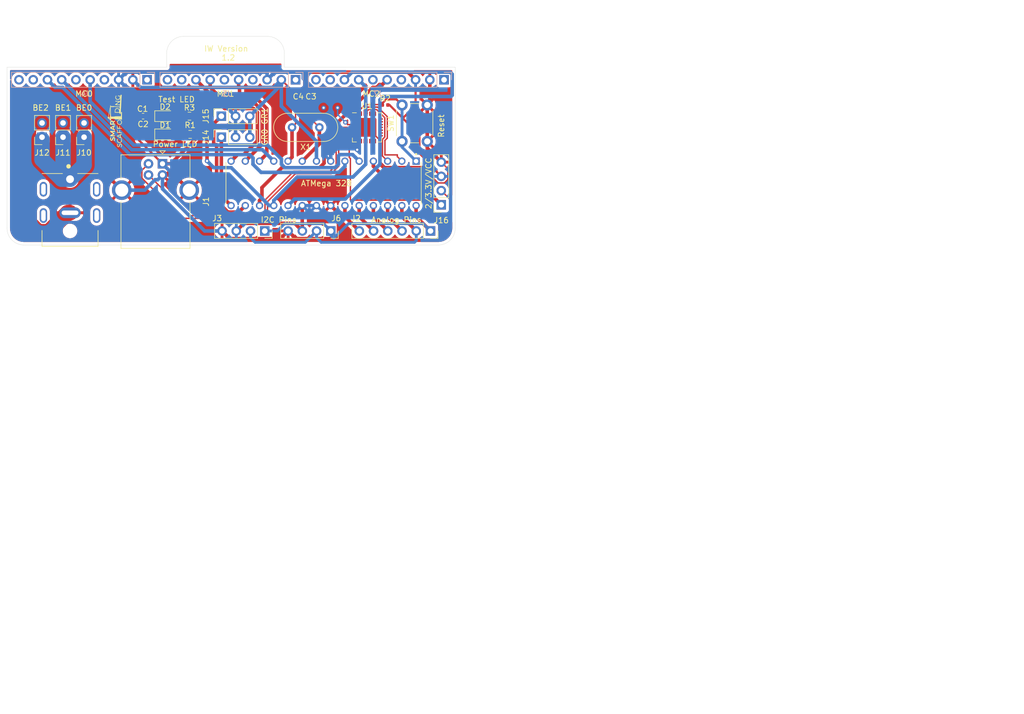
<source format=kicad_pcb>
(kicad_pcb (version 20171130) (host pcbnew "(5.1.5)-3")
  (layers (0 F.Cu mixed) (31 B.Cu signal hide) (34 B.Paste user) (35 F.Paste user) (36 B.SilkS user) (37 F.SilkS user) (38 B.Mask user) (39 F.Mask user) (44 Edge.Cuts user))
  (net 0 "")
  (net 1 VCC)
  (net 2 GND)
  (net 3 "Net-(C3-Pad1)")
  (net 4 "Net-(C4-Pad1)")
  (net 5 "Net-(D1-Pad2)")
  (net 6 "Net-(J1-Pad2)")
  (net 7 "Net-(J1-Pad3)")
  (net 8 /SCL)
  (net 9 /SDA)
  (net 10 "Net-(J2-Pad3)")
  (net 11 "Net-(J2-Pad4)")
  (net 12 "Net-(J2-Pad5)")
  (net 13 "Net-(J2-Pad6)")
  (net 14 /JointM1_1)
  (net 15 /JointM1_2)
  (net 16 /JointM1_PWM)
  (net 17 /JointM2_1)
  (net 18 /JointM2_2)
  (net 19 /JointM2_PWM)
  (net 20 /BEC_7V)
  (net 21 /GripperM1)
  (net 22 /GripperM2)
  (net 23 /PD2)
  (net 24 /3.3V)
  (net 25 /RST)
  (net 26 "Net-(U1-Pad1)")
  (net 27 "Net-(U1-Pad2)")
  (net 28 "Net-(U1-Pad7)")
  (net 29 "Net-(U1-Pad9)")
  (net 30 "Net-(U1-Pad10)")
  (net 31 "Net-(U1-Pad11)")
  (net 32 "Net-(U1-Pad12)")
  (net 33 "Net-(U1-Pad13)")
  (net 34 "Net-(U1-Pad14)")
  (net 35 "Net-(U1-Pad15)")
  (net 36 "Net-(U1-Pad16)")
  (net 37 "Net-(U1-Pad17)")
  (net 38 "Net-(U1-Pad18)")
  (net 39 "Net-(U1-Pad19)")
  (net 40 "Net-(U1-Pad20)")
  (net 41 "Net-(U1-Pad21)")
  (net 42 "Net-(U1-Pad22)")
  (net 43 "Net-(U1-Pad23)")
  (net 44 "Net-(U1-Pad24)")
  (net 45 /TXD)
  (net 46 /RXD)
  (net 47 "Net-(U1-Pad27)")
  (net 48 "Net-(D2-Pad2)")
  (net 49 "Net-(J4-Pad1)")
  (net 50 "Net-(J4-Pad4)")
  (net 51 /JointM0_PWM)
  (net 52 "Net-(J4-Pad6)")
  (net 53 /JointM0_2)
  (net 54 /JointM0_1)
  (net 55 "Net-(J4-Pad9)")
  (net 56 "Net-(J4-Pad10)")
  (net 57 "Net-(J5-Pad10)")
  (net 58 "Net-(J5-Pad9)")
  (net 59 "Net-(J5-Pad6)")
  (net 60 "Net-(J5-Pad4)")
  (net 61 "Net-(J5-Pad1)")
  (net 62 "Net-(J7-Pad1)")
  (net 63 "Net-(J7-Pad4)")
  (net 64 "Net-(J7-Pad6)")
  (net 65 "Net-(J7-Pad9)")
  (net 66 "Net-(J7-Pad10)")
  (module MountingHole:MountingHole_2.1mm (layer F.Cu) (at 119 43.75)
    (fp_text reference REF** hide)
    (fp_text value MountingHole_2.1mm)
    (pad "" np_thru_hole circle (at 0 0) (size 2.1 2.1) (drill 2.1) (layers *.Cu *.Mask))
  )
  (module MountingHole:MountingHole_2.1mm (layer F.Cu) (at 104 43.75)
    (fp_text reference REF** hide)
    (fp_text value MountingHole_2.1mm)
    (pad "" np_thru_hole circle (at 0 0) (size 2.1 2.1) (drill 2.1) (layers *.Cu *.Mask))
  )
  (module "" (layer F.Cu) (at 129.25 81.25)
    (fp_text reference "" (at 124.5 80.25) (layer F.SilkS) (effects (font (size 1.27 1.27))))
    (fp_text value "" (at 124.5 80.25) (layer F.SilkS) (effects (font (size 1.27 1.27))))
  )
  (module IW:MQPlogo3 (layer F.Cu) (at 91.8 55.9 90)
    (fp_text reference G*** hide)
    (fp_text value LOGO hide)
  )
  (module Capacitor_SMD:C_0402_1005Metric (layer F.Cu) (at 96.515 57.25)
    (fp_text reference C1 (at 0.185 -3.55) (layer F.SilkS))
    (fp_text value .1uF)
    (pad 1 smd roundrect (at -0.485 0) (size 0.59 0.64) (layers F.Cu F.Paste F.Mask) (net 1 VCC))
    (pad 2 smd roundrect (at 0.485 0) (size 0.59 0.64) (layers F.Cu F.Paste F.Mask) (net 2 GND))
  )
  (module Capacitor_SMD:C_0603_1608Metric (layer F.Cu) (at 96.7875 55 180)
    (fp_text reference C2 (at 0 -1.43) (layer F.SilkS))
    (fp_text value 10uF)
    (pad 1 smd roundrect (at -0.7875 0 180) (size 0.875 0.95) (layers F.Cu F.Paste F.Mask) (net 2 GND))
    (pad 2 smd roundrect (at 0.7875 0 180) (size 0.875 0.95) (layers F.Cu F.Paste F.Mask) (net 1 VCC))
  )
  (module Capacitor_SMD:C_0402_1005Metric (layer F.Cu) (at 126.75 52.5 180)
    (fp_text reference C3 (at 0 1) (layer F.SilkS))
    (fp_text value C)
    (pad 1 smd roundrect (at -0.485 0 180) (size 0.59 0.64) (layers F.Cu F.Paste F.Mask) (net 3 "Net-(C3-Pad1)"))
    (pad 2 smd roundrect (at 0.485 0 180) (size 0.59 0.64) (layers F.Cu F.Paste F.Mask) (net 2 GND))
  )
  (module Capacitor_SMD:C_0402_1005Metric (layer F.Cu) (at 124.485 52.5)
    (fp_text reference C4 (at 0 -1) (layer F.SilkS))
    (fp_text value C)
    (pad 2 smd roundrect (at 0.485 0) (size 0.59 0.64) (layers F.Cu F.Paste F.Mask) (net 2 GND))
    (pad 1 smd roundrect (at -0.485 0) (size 0.59 0.64) (layers F.Cu F.Paste F.Mask) (net 4 "Net-(C4-Pad1)"))
  )
  (module LED_SMD:LED_0805_2012Metric_Pad1.15x1.40mm_HandSolder (layer F.Cu) (at 100.725 58.25)
    (fp_text reference D1 (at 0 -1.65) (layer F.SilkS))
    (fp_text value LED)
    (pad 2 smd roundrect (at 1.025 0) (size 1.15 1.4) (layers F.Cu F.Paste F.Mask) (roundrect_rratio 0.217391) (net 5 "Net-(D1-Pad2)"))
    (pad 1 smd roundrect (at -1.025 0) (size 1.15 1.4) (layers F.Cu F.Paste F.Mask) (roundrect_rratio 0.217391) (net 2 GND))
  )
  (module LED_SMD:LED_0805_2012Metric_Pad1.15x1.40mm_HandSolder (layer F.Cu) (at 100.725 55)
    (fp_text reference D2 (at 0 -1.65) (layer F.SilkS))
    (fp_text value LED)
    (pad 1 smd roundrect (at -1.025 0) (size 1.15 1.4) (layers F.Cu F.Paste F.Mask) (roundrect_rratio 0.217391) (net 2 GND))
    (pad 2 smd roundrect (at 1.025 0) (size 1.15 1.4) (layers F.Cu F.Paste F.Mask) (roundrect_rratio 0.217391) (net 48 "Net-(D2-Pad2)"))
  )
  (module Connector_USB:USB_B_OST_USB-B1HSxx_Horizontal (layer F.Cu) (at 100.25 63.5 270)
    (fp_text reference J1 (at 6.76 -7.77 90) (layer F.SilkS))
    (fp_text value USB_B)
    (pad 1 thru_hole rect (at 0 0 270) (size 1.7 1.7) (drill 0.92) (layers *.Cu *.Mask) (net 1 VCC))
    (pad 2 thru_hole circle (at 0 2.5 270) (size 1.7 1.7) (drill 0.92) (layers *.Cu *.Mask) (net 6 "Net-(J1-Pad2)"))
    (pad 3 thru_hole circle (at 2 2.5 270) (size 1.7 1.7) (drill 0.92) (layers *.Cu *.Mask) (net 7 "Net-(J1-Pad3)"))
    (pad 4 thru_hole circle (at 2 0 270) (size 1.7 1.7) (drill 0.92) (layers *.Cu *.Mask) (net 2 GND))
    (pad 5 thru_hole circle (at 4.71 -4.77 270) (size 3.5 3.5) (drill 2.33) (layers *.Cu *.Mask) (net 2 GND))
    (pad 5 thru_hole circle (at 4.71 7.27 270) (size 3.5 3.5) (drill 2.33) (layers *.Cu *.Mask) (net 2 GND))
  )
  (module Connector_PinSocket_2.54mm:PinSocket_1x04_P2.54mm_Vertical (layer F.Cu) (at 118.5 75.5 270)
    (fp_text reference J3 (at -2.25 8.5 180) (layer F.SilkS))
    (fp_text value Encoder1)
    (pad 1 thru_hole rect (at 0 0 270) (size 1.7 1.7) (drill 1) (layers *.Cu *.Mask) (net 8 /SCL))
    (pad 2 thru_hole oval (at 0 2.54 270) (size 1.7 1.7) (drill 1) (layers *.Cu *.Mask) (net 9 /SDA))
    (pad 3 thru_hole oval (at 0 5.08 270) (size 1.7 1.7) (drill 1) (layers *.Cu *.Mask) (net 1 VCC))
    (pad 4 thru_hole oval (at 0 7.62 270) (size 1.7 1.7) (drill 1) (layers *.Cu *.Mask) (net 2 GND))
  )
  (module Connector_PinSocket_2.54mm:PinSocket_1x04_P2.54mm_Vertical (layer F.Cu) (at 130.29 75.5 270)
    (fp_text reference J6 (at -2.25 -0.96 180) (layer F.SilkS))
    (fp_text value "I2C Conn")
    (pad 1 thru_hole rect (at 0 0 270) (size 1.7 1.7) (drill 1) (layers *.Cu *.Mask) (net 8 /SCL))
    (pad 2 thru_hole oval (at 0 2.54 270) (size 1.7 1.7) (drill 1) (layers *.Cu *.Mask) (net 9 /SDA))
    (pad 3 thru_hole oval (at 0 5.08 270) (size 1.7 1.7) (drill 1) (layers *.Cu *.Mask) (net 1 VCC))
    (pad 4 thru_hole oval (at 0 7.62 270) (size 1.7 1.7) (drill 1) (layers *.Cu *.Mask) (net 2 GND))
  )
  (module Connector_PinSocket_2.54mm:PinSocket_1x02_P2.54mm_Vertical (layer F.Cu) (at 86.25 58.75 180)
    (fp_text reference J10 (at 0 -2.77) (layer F.SilkS))
    (fp_text value BCE_JM1)
    (pad 1 thru_hole rect (at 0 0 180) (size 1.7 1.7) (drill 1) (layers *.Cu *.Mask) (net 20 /BEC_7V))
    (pad 2 thru_hole oval (at 0 2.54 180) (size 1.7 1.7) (drill 1) (layers *.Cu *.Mask) (net 2 GND))
  )
  (module Connector_PinSocket_2.54mm:PinSocket_1x02_P2.54mm_Vertical (layer F.Cu) (at 82.5 58.75 180)
    (fp_text reference J11 (at 0 -2.77) (layer F.SilkS))
    (fp_text value BCE_JM2)
    (pad 2 thru_hole oval (at 0 2.54 180) (size 1.7 1.7) (drill 1) (layers *.Cu *.Mask) (net 2 GND))
    (pad 1 thru_hole rect (at 0 0 180) (size 1.7 1.7) (drill 1) (layers *.Cu *.Mask) (net 20 /BEC_7V))
  )
  (module Connector_PinSocket_2.54mm:PinSocket_1x02_P2.54mm_Vertical (layer F.Cu) (at 78.75 58.75 180)
    (fp_text reference J12 (at 0 -2.77) (layer F.SilkS))
    (fp_text value BCE_JM3)
    (pad 1 thru_hole rect (at 0 0 180) (size 1.7 1.7) (drill 1) (layers *.Cu *.Mask) (net 20 /BEC_7V))
    (pad 2 thru_hole oval (at 0 2.54 180) (size 1.7 1.7) (drill 1) (layers *.Cu *.Mask) (net 2 GND))
  )
  (module PJ-082BH:CUI_PJ-082BH (layer F.Cu) (at 83.75 71.75 90)
    (fp_text reference J13 hide)
    (fp_text value "High Voltage Power Supply")
    (pad 1 thru_hole circle (at 5.5 0 90) (size 2.1 2.1) (drill 1.4) (layers *.Cu *.Mask) (net 20 /BEC_7V))
    (pad 2 thru_hole oval (at -0.5 0 90) (size 1.9 3.8) (drill oval 0.8 3) (layers *.Cu *.Mask) (net 2 GND))
    (pad 3 thru_hole oval (at 3.7 -4.75 90) (size 2.616 1.308) (drill oval 2 0.8) (layers *.Cu *.Mask))
    (pad 4 thru_hole oval (at -1 -4.75 90) (size 2.616 1.308) (drill oval 2 0.8) (layers *.Cu *.Mask))
    (pad 5 thru_hole oval (at -1 4.75 90) (size 2.616 1.308) (drill oval 2 0.8) (layers *.Cu *.Mask))
    (pad 6 thru_hole oval (at 3.7 4.75 90) (size 2.616 1.308) (drill oval 2 0.8) (layers *.Cu *.Mask))
    (pad None np_thru_hole circle (at -3.75 0 90) (size 1.6 1.6) (drill 1.6) (layers *.Cu *.Mask))
  )
  (module Connector_PinSocket_2.54mm:PinSocket_1x03_P2.54mm_Vertical (layer F.Cu) (at 110.75 58.75 90)
    (fp_text reference J14 (at 0 -2.77 90) (layer F.SilkS))
    (fp_text value GipperM1)
    (pad 3 thru_hole oval (at 0 5.08 90) (size 1.7 1.7) (drill 1) (layers *.Cu *.Mask) (net 2 GND))
    (pad 2 thru_hole oval (at 0 2.54 90) (size 1.7 1.7) (drill 1) (layers *.Cu *.Mask) (net 1 VCC))
    (pad 1 thru_hole rect (at 0 0 90) (size 1.7 1.7) (drill 1) (layers *.Cu *.Mask) (net 21 /GripperM1))
  )
  (module Connector_PinSocket_2.54mm:PinSocket_1x03_P2.54mm_Vertical (layer F.Cu) (at 110.75 55 90)
    (fp_text reference J15 (at 0 -2.77 90) (layer F.SilkS))
    (fp_text value GipperM2)
    (pad 1 thru_hole rect (at 0 0 90) (size 1.7 1.7) (drill 1) (layers *.Cu *.Mask) (net 22 /GripperM2))
    (pad 2 thru_hole oval (at 0 2.54 90) (size 1.7 1.7) (drill 1) (layers *.Cu *.Mask) (net 1 VCC))
    (pad 3 thru_hole oval (at 0 5.08 90) (size 1.7 1.7) (drill 1) (layers *.Cu *.Mask) (net 2 GND))
  )
  (module Connector_PinSocket_2.54mm:PinSocket_1x04_P2.54mm_Vertical (layer F.Cu) (at 150 70.83 180)
    (fp_text reference J16 (at 0 -2.77) (layer F.SilkS))
    (fp_text value "3.3V and 5V")
    (pad 4 thru_hole oval (at 0 7.62 180) (size 1.7 1.7) (drill 1) (layers *.Cu *.Mask) (net 2 GND))
    (pad 3 thru_hole oval (at 0 5.08 180) (size 1.7 1.7) (drill 1) (layers *.Cu *.Mask) (net 1 VCC))
    (pad 2 thru_hole oval (at 0 2.54 180) (size 1.7 1.7) (drill 1) (layers *.Cu *.Mask) (net 24 /3.3V))
    (pad 1 thru_hole rect (at 0 0 180) (size 1.7 1.7) (drill 1) (layers *.Cu *.Mask) (net 23 /PD2))
  )
  (module Resistor_SMD:R_0805_2012Metric (layer F.Cu) (at 105.1875 58.25)
    (fp_text reference R1 (at 0 -1.65) (layer F.SilkS))
    (fp_text value 470)
    (pad 2 smd roundrect (at 0.9375 0) (size 0.975 1.4) (layers F.Cu F.Paste F.Mask) (net 1 VCC))
    (pad 1 smd roundrect (at -0.9375 0) (size 0.975 1.4) (layers F.Cu F.Paste F.Mask) (net 5 "Net-(D1-Pad2)"))
  )
  (module Resistor_SMD:R_0402_1005Metric (layer F.Cu) (at 139.985 53)
    (fp_text reference R2 (at 0 -1.17) (layer F.SilkS))
    (fp_text value R)
    (pad 1 smd roundrect (at -0.485 0) (size 0.59 0.64) (layers F.Cu F.Paste F.Mask) (net 25 /RST))
    (pad 2 smd roundrect (at 0.485 0) (size 0.59 0.64) (layers F.Cu F.Paste F.Mask) (net 1 VCC))
  )
  (module Resistor_SMD:R_0805_2012Metric (layer F.Cu) (at 105.0625 55)
    (fp_text reference R3 (at 0 -1.515001) (layer F.SilkS))
    (fp_text value 470)
    (pad 1 smd roundrect (at -0.9375 0) (size 0.975 1.4) (layers F.Cu F.Paste F.Mask) (net 48 "Net-(D2-Pad2)"))
    (pad 2 smd roundrect (at 0.9375 0) (size 0.975 1.4) (layers F.Cu F.Paste F.Mask) (net 18 /JointM2_2))
  )
  (module Button_Switch_THT:SW_PUSH_6mm (layer F.Cu) (at 143 59.5 90)
    (fp_text reference SW1 (at 3.25 -2 90) (layer F.SilkS))
    (fp_text value "Reset PB")
    (pad 2 thru_hole circle (at 0 4.5 180) (size 2 2) (drill 1.1) (layers *.Cu *.Mask) (net 2 GND))
    (pad 1 thru_hole circle (at 0 0 180) (size 2 2) (drill 1.1) (layers *.Cu *.Mask) (net 25 /RST))
    (pad 2 thru_hole circle (at 6.5 4.5 180) (size 2 2) (drill 1.1) (layers *.Cu *.Mask) (net 2 GND))
    (pad 1 thru_hole circle (at 6.5 0 180) (size 2 2) (drill 1.1) (layers *.Cu *.Mask) (net 25 /RST))
  )
  (module Package_DFN_QFN:QFN-28-1EP_5x5mm_P0.5mm_EP3.35x3.35mm (layer F.Cu) (at 136.75 57)
    (fp_text reference U1 (at 0 -3.8) (layer F.SilkS))
    (fp_text value CP2102N-A01-GQFN28)
    (pad 29 smd roundrect (at 0 0) (size 3.35 3.35) (layers F.Cu F.Mask) (roundrect_rratio 0.074627) (net 2 GND))
    (pad 1 smd roundrect (at -2.45 -1.5) (size 0.8 0.25) (layers F.Cu F.Paste F.Mask) (net 26 "Net-(U1-Pad1)"))
    (pad 2 smd roundrect (at -2.45 -1) (size 0.8 0.25) (layers F.Cu F.Paste F.Mask) (net 27 "Net-(U1-Pad2)"))
    (pad 3 smd roundrect (at -2.45 -0.5) (size 0.8 0.25) (layers F.Cu F.Paste F.Mask) (net 2 GND))
    (pad 4 smd roundrect (at -2.45 0) (size 0.8 0.25) (layers F.Cu F.Paste F.Mask) (net 7 "Net-(J1-Pad3)"))
    (pad 5 smd roundrect (at -2.45 0.5) (size 0.8 0.25) (layers F.Cu F.Paste F.Mask) (net 6 "Net-(J1-Pad2)"))
    (pad 6 smd roundrect (at -2.45 1) (size 0.8 0.25) (layers F.Cu F.Paste F.Mask) (net 24 /3.3V))
    (pad 7 smd roundrect (at -2.45 1.5) (size 0.8 0.25) (layers F.Cu F.Paste F.Mask) (net 28 "Net-(U1-Pad7)"))
    (pad 8 smd roundrect (at -1.5 2.45) (size 0.25 0.8) (layers F.Cu F.Paste F.Mask) (net 1 VCC))
    (pad 9 smd roundrect (at -1 2.45) (size 0.25 0.8) (layers F.Cu F.Paste F.Mask) (net 29 "Net-(U1-Pad9)"))
    (pad 10 smd roundrect (at -0.5 2.45) (size 0.25 0.8) (layers F.Cu F.Paste F.Mask) (net 30 "Net-(U1-Pad10)"))
    (pad 11 smd roundrect (at 0 2.45) (size 0.25 0.8) (layers F.Cu F.Paste F.Mask) (net 31 "Net-(U1-Pad11)"))
    (pad 12 smd roundrect (at 0.5 2.45) (size 0.25 0.8) (layers F.Cu F.Paste F.Mask) (net 32 "Net-(U1-Pad12)"))
    (pad 13 smd roundrect (at 1 2.45) (size 0.25 0.8) (layers F.Cu F.Paste F.Mask) (net 33 "Net-(U1-Pad13)"))
    (pad 14 smd roundrect (at 1.5 2.45) (size 0.25 0.8) (layers F.Cu F.Paste F.Mask) (net 34 "Net-(U1-Pad14)"))
    (pad 15 smd roundrect (at 2.45 1.5) (size 0.8 0.25) (layers F.Cu F.Paste F.Mask) (net 35 "Net-(U1-Pad15)"))
    (pad 16 smd roundrect (at 2.45 1) (size 0.8 0.25) (layers F.Cu F.Paste F.Mask) (net 36 "Net-(U1-Pad16)"))
    (pad 17 smd roundrect (at 2.45 0.5) (size 0.8 0.25) (layers F.Cu F.Paste F.Mask) (net 37 "Net-(U1-Pad17)"))
    (pad 18 smd roundrect (at 2.45 0) (size 0.8 0.25) (layers F.Cu F.Paste F.Mask) (net 38 "Net-(U1-Pad18)"))
    (pad 19 smd roundrect (at 2.45 -0.5) (size 0.8 0.25) (layers F.Cu F.Paste F.Mask) (net 39 "Net-(U1-Pad19)"))
    (pad 20 smd roundrect (at 2.45 -1) (size 0.8 0.25) (layers F.Cu F.Paste F.Mask) (net 40 "Net-(U1-Pad20)"))
    (pad 21 smd roundrect (at 2.45 -1.5) (size 0.8 0.25) (layers F.Cu F.Paste F.Mask) (net 41 "Net-(U1-Pad21)"))
    (pad 22 smd roundrect (at 1.5 -2.45) (size 0.25 0.8) (layers F.Cu F.Paste F.Mask) (net 42 "Net-(U1-Pad22)"))
    (pad 23 smd roundrect (at 1 -2.45) (size 0.25 0.8) (layers F.Cu F.Paste F.Mask) (net 43 "Net-(U1-Pad23)"))
    (pad 24 smd roundrect (at 0.5 -2.45) (size 0.25 0.8) (layers F.Cu F.Paste F.Mask) (net 44 "Net-(U1-Pad24)"))
    (pad 25 smd roundrect (at 0 -2.45) (size 0.25 0.8) (layers F.Cu F.Paste F.Mask) (net 45 /TXD))
    (pad 26 smd roundrect (at -0.5 -2.45) (size 0.25 0.8) (layers F.Cu F.Paste F.Mask) (net 46 /RXD))
    (pad 27 smd roundrect (at -1 -2.45) (size 0.25 0.8) (layers F.Cu F.Paste F.Mask) (net 47 "Net-(U1-Pad27)"))
    (pad 28 smd roundrect (at -1.5 -2.45) (size 0.25 0.8) (layers F.Cu F.Paste F.Mask) (net 25 /RST))
  )
  (module ATMEGA8-16PU:DIP793W45P254L3479H457Q28 (layer F.Cu) (at 129 67 270)
    (fp_text reference U2 hide)
    (fp_text value ATMEGA8-16PU)
    (pad 1 thru_hole rect (at -3.969 -16.51 270) (size 1.298 1.298) (drill 0.79) (layers *.Cu *.Mask) (net 25 /RST))
    (pad 2 thru_hole circle (at -3.969 -13.97 270) (size 1.298 1.298) (drill 0.79) (layers *.Cu *.Mask) (net 46 /RXD))
    (pad 3 thru_hole circle (at -3.969 -11.43 270) (size 1.298 1.298) (drill 0.79) (layers *.Cu *.Mask) (net 45 /TXD))
    (pad 4 thru_hole circle (at -3.969 -8.89 270) (size 1.298 1.298) (drill 0.79) (layers *.Cu *.Mask) (net 23 /PD2))
    (pad 5 thru_hole circle (at -3.969 -6.35 270) (size 1.298 1.298) (drill 0.79) (layers *.Cu *.Mask) (net 51 /JointM0_PWM))
    (pad 6 thru_hole circle (at -3.969 -3.81 270) (size 1.298 1.298) (drill 0.79) (layers *.Cu *.Mask) (net 54 /JointM0_1))
    (pad 7 thru_hole circle (at -3.969 -1.27 270) (size 1.298 1.298) (drill 0.79) (layers *.Cu *.Mask) (net 1 VCC))
    (pad 8 thru_hole circle (at -3.969 1.27 270) (size 1.298 1.298) (drill 0.79) (layers *.Cu *.Mask) (net 2 GND))
    (pad 9 thru_hole circle (at -3.969 3.81 270) (size 1.298 1.298) (drill 0.79) (layers *.Cu *.Mask) (net 3 "Net-(C3-Pad1)"))
    (pad 10 thru_hole circle (at -3.969 6.35 270) (size 1.298 1.298) (drill 0.79) (layers *.Cu *.Mask) (net 4 "Net-(C4-Pad1)"))
    (pad 11 thru_hole circle (at -3.969 8.89 270) (size 1.298 1.298) (drill 0.79) (layers *.Cu *.Mask) (net 53 /JointM0_2))
    (pad 12 thru_hole circle (at -3.969 11.43 270) (size 1.298 1.298) (drill 0.79) (layers *.Cu *.Mask) (net 16 /JointM1_PWM))
    (pad 13 thru_hole circle (at -3.969 13.97 270) (size 1.298 1.298) (drill 0.79) (layers *.Cu *.Mask) (net 15 /JointM1_2))
    (pad 14 thru_hole circle (at -3.969 16.51 270) (size 1.298 1.298) (drill 0.79) (layers *.Cu *.Mask) (net 14 /JointM1_1))
    (pad 15 thru_hole circle (at 3.969 16.51 270) (size 1.298 1.298) (drill 0.79) (layers *.Cu *.Mask) (net 21 /GripperM1))
    (pad 16 thru_hole circle (at 3.969 13.97 270) (size 1.298 1.298) (drill 0.79) (layers *.Cu *.Mask) (net 22 /GripperM2))
    (pad 17 thru_hole circle (at 3.969 11.43 270) (size 1.298 1.298) (drill 0.79) (layers *.Cu *.Mask) (net 19 /JointM2_PWM))
    (pad 18 thru_hole circle (at 3.969 8.89 270) (size 1.298 1.298) (drill 0.79) (layers *.Cu *.Mask) (net 18 /JointM2_2))
    (pad 19 thru_hole circle (at 3.969 6.35 270) (size 1.298 1.298) (drill 0.79) (layers *.Cu *.Mask) (net 17 /JointM2_1))
    (pad 20 thru_hole circle (at 3.969 3.81 270) (size 1.298 1.298) (drill 0.79) (layers *.Cu *.Mask) (net 1 VCC))
    (pad 21 thru_hole circle (at 3.969 1.27 270) (size 1.298 1.298) (drill 0.79) (layers *.Cu *.Mask) (net 1 VCC))
    (pad 22 thru_hole circle (at 3.969 -1.27 270) (size 1.298 1.298) (drill 0.79) (layers *.Cu *.Mask) (net 2 GND))
    (pad 23 thru_hole circle (at 3.969 -3.81 270) (size 1.298 1.298) (drill 0.79) (layers *.Cu *.Mask) (net 13 "Net-(J2-Pad6)"))
    (pad 24 thru_hole circle (at 3.969 -6.35 270) (size 1.298 1.298) (drill 0.79) (layers *.Cu *.Mask) (net 12 "Net-(J2-Pad5)"))
    (pad 25 thru_hole circle (at 3.969 -8.89 270) (size 1.298 1.298) (drill 0.79) (layers *.Cu *.Mask) (net 11 "Net-(J2-Pad4)"))
    (pad 26 thru_hole circle (at 3.969 -11.43 270) (size 1.298 1.298) (drill 0.79) (layers *.Cu *.Mask) (net 10 "Net-(J2-Pad3)"))
    (pad 27 thru_hole circle (at 3.969 -13.97 270) (size 1.298 1.298) (drill 0.79) (layers *.Cu *.Mask) (net 9 /SDA))
    (pad 28 thru_hole circle (at 3.969 -16.51 270) (size 1.298 1.298) (drill 0.79) (layers *.Cu *.Mask) (net 8 /SCL))
  )
  (module Crystal:Crystal_HC49-4H_Vertical (layer F.Cu) (at 128.25 57 180)
    (fp_text reference X1 (at 2.44 -3.525) (layer F.SilkS))
    (fp_text value 16MHz)
    (pad 1 thru_hole circle (at 0 0 180) (size 1.5 1.5) (drill 0.8) (layers *.Cu *.Mask) (net 3 "Net-(C3-Pad1)"))
    (pad 2 thru_hole circle (at 4.88 0 180) (size 1.5 1.5) (drill 0.8) (layers *.Cu *.Mask) (net 4 "Net-(C4-Pad1)"))
  )
  (module Connector_PinSocket_2.54mm:PinSocket_1x06_P2.54mm_Vertical (layer F.Cu) (at 148.08 75.5 270)
    (fp_text reference J2 (at -2.25 13.33 180) (layer F.SilkS))
    (fp_text value "Analog In")
    (pad 1 thru_hole rect (at 0 0 270) (size 1.7 1.7) (drill 1) (layers *.Cu *.Mask) (net 8 /SCL))
    (pad 2 thru_hole oval (at 0 2.54 270) (size 1.7 1.7) (drill 1) (layers *.Cu *.Mask) (net 9 /SDA))
    (pad 3 thru_hole oval (at 0 5.08 270) (size 1.7 1.7) (drill 1) (layers *.Cu *.Mask) (net 10 "Net-(J2-Pad3)"))
    (pad 4 thru_hole oval (at 0 7.62 270) (size 1.7 1.7) (drill 1) (layers *.Cu *.Mask) (net 11 "Net-(J2-Pad4)"))
    (pad 5 thru_hole oval (at 0 10.16 270) (size 1.7 1.7) (drill 1) (layers *.Cu *.Mask) (net 12 "Net-(J2-Pad5)"))
    (pad 6 thru_hole oval (at 0 12.7 270) (size 1.7 1.7) (drill 1) (layers *.Cu *.Mask) (net 13 "Net-(J2-Pad6)"))
  )
  (module Connector_PinSocket_2.54mm:PinSocket_1x10_P2.54mm_Vertical (layer B.Cu) (at 97.5 48.5 90)
    (fp_text reference J4 (at -2.5 -11 -180) (layer B.SilkS) (effects (justify mirror)))
    (fp_text value "Joint 0")
    (pad 1 thru_hole rect (at 0 0 90) (size 1.7 1.7) (drill 1) (layers *.Cu *.Mask) (net 49 "Net-(J4-Pad1)"))
    (pad 2 thru_hole oval (at 0 -2.54 90) (size 1.7 1.7) (drill 1) (layers *.Cu *.Mask) (net 2 GND))
    (pad 3 thru_hole oval (at 0 -5.08 90) (size 1.7 1.7) (drill 1) (layers *.Cu *.Mask) (net 1 VCC))
    (pad 4 thru_hole oval (at 0 -7.62 90) (size 1.7 1.7) (drill 1) (layers *.Cu *.Mask) (net 50 "Net-(J4-Pad4)"))
    (pad 5 thru_hole oval (at 0 -10.16 90) (size 1.7 1.7) (drill 1) (layers *.Cu *.Mask) (net 51 /JointM0_PWM))
    (pad 6 thru_hole oval (at 0 -12.7 90) (size 1.7 1.7) (drill 1) (layers *.Cu *.Mask) (net 52 "Net-(J4-Pad6)"))
    (pad 7 thru_hole oval (at 0 -15.24 90) (size 1.7 1.7) (drill 1) (layers *.Cu *.Mask) (net 53 /JointM0_2))
    (pad 8 thru_hole oval (at 0 -17.78 90) (size 1.7 1.7) (drill 1) (layers *.Cu *.Mask) (net 54 /JointM0_1))
    (pad 9 thru_hole oval (at 0 -20.32 90) (size 1.7 1.7) (drill 1) (layers *.Cu *.Mask) (net 55 "Net-(J4-Pad9)"))
    (pad 10 thru_hole oval (at 0 -22.86 90) (size 1.7 1.7) (drill 1) (layers *.Cu *.Mask) (net 56 "Net-(J4-Pad10)"))
  )
  (module Connector_PinSocket_2.54mm:PinSocket_1x10_P2.54mm_Vertical (layer B.Cu) (at 124 48.5 90)
    (fp_text reference J5 (at -2.5 -12.29 -180) (layer B.SilkS) (effects (justify mirror)))
    (fp_text value "Joint 1")
    (pad 10 thru_hole oval (at 0 -22.86 90) (size 1.7 1.7) (drill 1) (layers *.Cu *.Mask) (net 57 "Net-(J5-Pad10)"))
    (pad 9 thru_hole oval (at 0 -20.32 90) (size 1.7 1.7) (drill 1) (layers *.Cu *.Mask) (net 58 "Net-(J5-Pad9)"))
    (pad 8 thru_hole oval (at 0 -17.78 90) (size 1.7 1.7) (drill 1) (layers *.Cu *.Mask) (net 14 /JointM1_1))
    (pad 7 thru_hole oval (at 0 -15.24 90) (size 1.7 1.7) (drill 1) (layers *.Cu *.Mask) (net 15 /JointM1_2))
    (pad 6 thru_hole oval (at 0 -12.7 90) (size 1.7 1.7) (drill 1) (layers *.Cu *.Mask) (net 59 "Net-(J5-Pad6)"))
    (pad 5 thru_hole oval (at 0 -10.16 90) (size 1.7 1.7) (drill 1) (layers *.Cu *.Mask) (net 16 /JointM1_PWM))
    (pad 4 thru_hole oval (at 0 -7.62 90) (size 1.7 1.7) (drill 1) (layers *.Cu *.Mask) (net 60 "Net-(J5-Pad4)"))
    (pad 3 thru_hole oval (at 0 -5.08 90) (size 1.7 1.7) (drill 1) (layers *.Cu *.Mask) (net 1 VCC))
    (pad 2 thru_hole oval (at 0 -2.54 90) (size 1.7 1.7) (drill 1) (layers *.Cu *.Mask) (net 2 GND))
    (pad 1 thru_hole rect (at 0 0 90) (size 1.7 1.7) (drill 1) (layers *.Cu *.Mask) (net 61 "Net-(J5-Pad1)"))
  )
  (module Connector_PinSocket_2.54mm:PinSocket_1x10_P2.54mm_Vertical (layer B.Cu) (at 150.5 48.5 90)
    (fp_text reference J7 (at -2.5 -11.75 -180) (layer B.SilkS) (effects (justify mirror)))
    (fp_text value "Joint 2")
    (pad 1 thru_hole rect (at 0 0 90) (size 1.7 1.7) (drill 1) (layers *.Cu *.Mask) (net 62 "Net-(J7-Pad1)"))
    (pad 2 thru_hole oval (at 0 -2.54 90) (size 1.7 1.7) (drill 1) (layers *.Cu *.Mask) (net 2 GND))
    (pad 3 thru_hole oval (at 0 -5.08 90) (size 1.7 1.7) (drill 1) (layers *.Cu *.Mask) (net 1 VCC))
    (pad 4 thru_hole oval (at 0 -7.62 90) (size 1.7 1.7) (drill 1) (layers *.Cu *.Mask) (net 63 "Net-(J7-Pad4)"))
    (pad 5 thru_hole oval (at 0 -10.16 90) (size 1.7 1.7) (drill 1) (layers *.Cu *.Mask) (net 19 /JointM2_PWM))
    (pad 6 thru_hole oval (at 0 -12.7 90) (size 1.7 1.7) (drill 1) (layers *.Cu *.Mask) (net 64 "Net-(J7-Pad6)"))
    (pad 7 thru_hole oval (at 0 -15.24 90) (size 1.7 1.7) (drill 1) (layers *.Cu *.Mask) (net 18 /JointM2_2))
    (pad 8 thru_hole oval (at 0 -17.78 90) (size 1.7 1.7) (drill 1) (layers *.Cu *.Mask) (net 17 /JointM2_1))
    (pad 9 thru_hole oval (at 0 -20.32 90) (size 1.7 1.7) (drill 1) (layers *.Cu *.Mask) (net 65 "Net-(J7-Pad9)"))
    (pad 10 thru_hole oval (at 0 -22.86 90) (size 1.7 1.7) (drill 1) (layers *.Cu *.Mask) (net 66 "Net-(J7-Pad10)"))
  )
  (gr_text 2/3.3V/VCC (at 147.75 67 90) (layer F.SilkS) (effects (font (size 1 1))))
  (gr_text "ATMega 328" (at 129.5 67) (layer F.SilkS) (effects (font (size 1 1))))
  (gr_text "IW Version \n1.2" (at 112 43.75) (layer F.SilkS) (effects (font (size 1 1))))
  (gr_text GR1 (at 118.5 55 90) (layer F.SilkS) (effects (font (size 1 1))))
  (gr_text GR0 (at 118.5 58.75 90) (layer F.SilkS) (effects (font (size 1 1))))
  (gr_text Reset (at 150 56.75 90) (layer F.SilkS) (effects (font (size 1 1))))
  (gr_text "I2C Pins" (at 121 73.5) (layer F.SilkS) (effects (font (size 1 1))))
  (gr_text "Analog Pins" (at 142 73.5) (layer F.SilkS) (effects (font (size 1 1))))
  (gr_text MC2 (at 137.5 51) (layer F.SilkS) (effects (font (size 1 1))))
  (gr_text MC1 (at 111.5 51) (layer F.SilkS) (effects (font (size 1 1))))
  (gr_text MC0 (at 86.25 51) (layer F.SilkS) (effects (font (size 1 1))))
  (gr_text "Test LED" (at 102.75 52) (layer F.SilkS) (effects (font (size 1 1))))
  (gr_text "Power LED" (at 102.5 60) (layer F.SilkS) (effects (font (size 1 1))))
  (gr_text BE2 (at 78.5 53.5) (layer F.SilkS) (effects (font (size 1 1))))
  (gr_text BE1 (at 82.5 53.5) (layer F.SilkS) (effects (font (size 1 1))))
  (gr_text BE0 (at 86.25 53.5) (layer F.SilkS) (effects (font (size 1 1))))
  (gr_line (start 101 46.25) (end 72.5 46.25) (layer Edge.Cuts) (width 0.05))
  (gr_line (start 122 46.25) (end 152.5 46.25) (layer Edge.Cuts) (width 0.05))
  (gr_line (start 101 43.75) (end 101 46.25) (layer Edge.Cuts) (width 0.05))
  (gr_line (start 119 40.75) (end 104 40.75) (layer Edge.Cuts) (width 0.05))
  (gr_line (start 122 43.75) (end 122 46.25) (layer Edge.Cuts) (width 0.05))
  (gr_arc (start 119 43.75) (end 122 43.75) (angle -90) (layer Edge.Cuts) (width 0.05))
  (gr_arc (start 104 43.75) (end 104 40.75) (angle -90) (layer Edge.Cuts) (width 0.05))
  (gr_line (start 152.5 46.25) (end 152.5 75) (layer Edge.Cuts) (width 0.05))
  (gr_line (start 72.5 75) (end 72.5 46.25) (layer Edge.Cuts) (width 0.05))
  (gr_line (start 75.5 78) (end 149.5 78) (layer Edge.Cuts) (width 0.05))
  (gr_arc (start 75.5 75) (end 72.5 75) (angle -90) (layer Edge.Cuts) (width 0.05))
  (gr_arc (start 149.5 75) (end 149.5 78) (angle -90) (layer Edge.Cuts) (width 0.05))
  (via (at 135 61) (size 0.8) (drill 0.4) (layers F.Cu B.Cu) (net 1))
  (segment (start 125.19 70.969) (end 124.023499 72.135501) (width 0.635) (layer B.Cu) (net 1))
  (segment (start 101.617501 68.163403) (end 101.617501 64.867501) (width 0.635) (layer B.Cu) (net 1))
  (segment (start 106.424609 72.970511) (end 101.617501 68.163403) (width 0.635) (layer B.Cu) (net 1))
  (segment (start 121.829371 72.970511) (end 106.424609 72.970511) (width 0.635) (layer B.Cu) (net 1))
  (segment (start 122.664381 72.135501) (end 121.829371 72.970511) (width 0.635) (layer B.Cu) (net 1))
  (segment (start 101.617501 64.867501) (end 100.25 63.5) (width 0.635) (layer B.Cu) (net 1))
  (segment (start 124.023499 72.135501) (end 122.664381 72.135501) (width 0.635) (layer B.Cu) (net 1))
  (segment (start 106.125 58.95) (end 106.125 58.25) (width 0.635) (layer F.Cu) (net 1))
  (segment (start 106.125 59.11) (end 106.125 58.95) (width 0.635) (layer F.Cu) (net 1))
  (segment (start 101.735 63.5) (end 106.125 59.11) (width 0.635) (layer F.Cu) (net 1))
  (segment (start 100.25 63.5) (end 101.735 63.5) (width 0.635) (layer F.Cu) (net 1))
  (segment (start 149.150001 64.670099) (end 149.150001 64.900001) (width 0.381) (layer F.Cu) (net 1))
  (segment (start 146.109499 61.629597) (end 149.150001 64.670099) (width 0.381) (layer F.Cu) (net 1))
  (segment (start 149.150001 64.900001) (end 150 65.75) (width 0.381) (layer F.Cu) (net 1))
  (segment (start 146.109499 58.344499) (end 146.109499 61.629597) (width 0.381) (layer F.Cu) (net 1))
  (segment (start 140.47 53) (end 140.765 53) (width 0.381) (layer F.Cu) (net 1))
  (segment (start 145.42 53.08) (end 145.42 48.5) (width 0.381) (layer F.Cu) (net 1))
  (segment (start 143.1325 55.3675) (end 145.42 53.08) (width 0.381) (layer F.Cu) (net 1))
  (segment (start 143.1325 55.3675) (end 146.109499 58.344499) (width 0.381) (layer F.Cu) (net 1))
  (segment (start 140.765 53) (end 143.1325 55.3675) (width 0.381) (layer F.Cu) (net 1))
  (segment (start 120.287501 47.132499) (end 119.769999 47.650001) (width 0.635) (layer B.Cu) (net 1))
  (segment (start 125.264001 47.132499) (end 120.287501 47.132499) (width 0.635) (layer B.Cu) (net 1))
  (segment (start 125.367501 47.235999) (end 125.264001 47.132499) (width 0.635) (layer B.Cu) (net 1))
  (segment (start 119.769999 47.650001) (end 118.92 48.5) (width 0.635) (layer B.Cu) (net 1))
  (segment (start 125.367501 48.251403) (end 125.367501 47.235999) (width 0.635) (layer B.Cu) (net 1))
  (segment (start 130.27 53.153902) (end 125.367501 48.251403) (width 0.635) (layer B.Cu) (net 1))
  (segment (start 130.27 63.031) (end 130.27 53.153902) (width 0.635) (layer B.Cu) (net 1))
  (segment (start 113.29 55) (end 113.29 58.75) (width 0.635) (layer B.Cu) (net 1))
  (segment (start 125.19 70.969) (end 127.73 70.969) (width 0.635) (layer B.Cu) (net 1))
  (segment (start 93.269999 47.650001) (end 92.42 48.5) (width 0.635) (layer B.Cu) (net 1))
  (segment (start 93.787501 47.132499) (end 93.269999 47.650001) (width 0.635) (layer B.Cu) (net 1))
  (segment (start 118.92 47.297919) (end 118.75458 47.132499) (width 0.635) (layer B.Cu) (net 1))
  (segment (start 118.75458 47.132499) (end 93.787501 47.132499) (width 0.635) (layer B.Cu) (net 1))
  (segment (start 118.92 48.5) (end 118.92 47.297919) (width 0.635) (layer B.Cu) (net 1))
  (segment (start 125.19 75.48) (end 125.21 75.5) (width 0.635) (layer F.Cu) (net 1))
  (segment (start 125.19 70.969) (end 125.19 75.48) (width 0.635) (layer F.Cu) (net 1))
  (segment (start 124.360001 74.650001) (end 125.21 75.5) (width 0.635) (layer F.Cu) (net 1))
  (segment (start 123.842499 74.132499) (end 124.360001 74.650001) (width 0.635) (layer F.Cu) (net 1))
  (segment (start 114.787501 74.132499) (end 123.842499 74.132499) (width 0.635) (layer F.Cu) (net 1))
  (segment (start 113.42 75.5) (end 114.787501 74.132499) (width 0.635) (layer F.Cu) (net 1))
  (segment (start 96.03 59.28) (end 100.25 63.5) (width 0.381) (layer F.Cu) (net 1))
  (segment (start 96.03 57.25) (end 96.03 59.28) (width 0.381) (layer F.Cu) (net 1))
  (segment (start 96 57.22) (end 96.03 57.25) (width 0.381) (layer F.Cu) (net 1))
  (segment (start 96 55) (end 96 57.22) (width 0.381) (layer F.Cu) (net 1))
  (segment (start 95.5625 55) (end 96 55) (width 0.381) (layer F.Cu) (net 1))
  (segment (start 92.42 51.8575) (end 95.5625 55) (width 0.381) (layer F.Cu) (net 1))
  (segment (start 92.42 48.5) (end 92.42 51.8575) (width 0.381) (layer F.Cu) (net 1))
  (segment (start 130.27 62.113176) (end 131.383176 61) (width 0.25) (layer B.Cu) (net 1))
  (segment (start 130.27 63.031) (end 130.27 62.113176) (width 0.25) (layer B.Cu) (net 1))
  (segment (start 131.383176 61) (end 134.274999 61) (width 0.25) (layer B.Cu) (net 1))
  (segment (start 134.274999 61) (end 135 61) (width 0.25) (layer B.Cu) (net 1))
  (segment (start 135.25 60.75) (end 135 61) (width 0.25) (layer F.Cu) (net 1))
  (segment (start 135.25 59.45) (end 135.25 60.75) (width 0.25) (layer F.Cu) (net 1))
  (segment (start 112.440001 54.150001) (end 113.29 55) (width 0.635) (layer B.Cu) (net 1))
  (segment (start 108.992511 50.702511) (end 112.440001 54.150001) (width 0.635) (layer B.Cu) (net 1))
  (segment (start 94.622511 50.702511) (end 108.992511 50.702511) (width 0.635) (layer B.Cu) (net 1))
  (segment (start 92.42 48.5) (end 94.622511 50.702511) (width 0.635) (layer B.Cu) (net 1))
  (segment (start 144.052499 47.132499) (end 144.570001 47.650001) (width 0.635) (layer F.Cu) (net 1))
  (segment (start 120.287501 47.132499) (end 144.052499 47.132499) (width 0.635) (layer F.Cu) (net 1))
  (segment (start 144.570001 47.650001) (end 145.42 48.5) (width 0.635) (layer F.Cu) (net 1))
  (segment (start 118.92 48.5) (end 120.287501 47.132499) (width 0.635) (layer F.Cu) (net 1))
  (via (at 129 53.5) (size 0.8) (drill 0.4) (layers F.Cu B.Cu) (net 2))
  (via (at 131.5 53.5) (size 0.8) (drill 0.4) (layers F.Cu B.Cu) (net 2))
  (segment (start 129 53.5) (end 131.5 53.5) (width 0.25) (layer F.Cu) (net 2))
  (via (at 132.9 56.1) (size 0.8) (drill 0.4) (layers F.Cu B.Cu) (net 2))
  (segment (start 77.547919 56.21) (end 78.75 56.21) (width 2.76552) (layer F.Cu) (net 2))
  (segment (start 76.317239 56.633791) (end 76.74103 56.21) (width 2.76552) (layer F.Cu) (net 2))
  (segment (start 76.317239 73.884509) (end 76.317239 56.633791) (width 2.76552) (layer F.Cu) (net 2))
  (segment (start 79.9265 75.64077) (end 78.0735 75.64077) (width 2.76552) (layer F.Cu) (net 2))
  (segment (start 76.74103 56.21) (end 77.547919 56.21) (width 2.76552) (layer F.Cu) (net 2))
  (segment (start 83.31727 72.25) (end 79.9265 75.64077) (width 2.76552) (layer F.Cu) (net 2))
  (segment (start 78.0735 75.64077) (end 76.317239 73.884509) (width 2.76552) (layer F.Cu) (net 2))
  (segment (start 83.75 72.25) (end 83.31727 72.25) (width 2.76552) (layer F.Cu) (net 2))
  (segment (start 78.75 56.21) (end 82.5 56.21) (width 2.76552) (layer F.Cu) (net 2))
  (segment (start 82.5 56.21) (end 86.25 56.21) (width 2.76552) (layer F.Cu) (net 2))
  (segment (start 124.97 52.5) (end 126.265 52.5) (width 0.25) (layer F.Cu) (net 2))
  (segment (start 99.7 55) (end 99.7 58.25) (width 0.508) (layer F.Cu) (net 2))
  (segment (start 97.575 55) (end 99.7 55) (width 0.508) (layer F.Cu) (net 2))
  (segment (start 147.5 60.71) (end 150 63.21) (width 0.635) (layer F.Cu) (net 2))
  (segment (start 147.5 59.5) (end 147.5 60.71) (width 0.635) (layer F.Cu) (net 2))
  (segment (start 147.5 53) (end 147.5 59.5) (width 0.635) (layer F.Cu) (net 2))
  (segment (start 147.96 52.54) (end 147.5 53) (width 0.635) (layer F.Cu) (net 2))
  (segment (start 147.96 48.5) (end 147.96 52.54) (width 0.635) (layer F.Cu) (net 2))
  (segment (start 151.175001 66.314001) (end 151.175001 64.385001) (width 0.25) (layer F.Cu) (net 2))
  (segment (start 150.564001 66.925001) (end 151.175001 66.314001) (width 0.25) (layer F.Cu) (net 2))
  (segment (start 149.435999 66.925001) (end 150.564001 66.925001) (width 0.25) (layer F.Cu) (net 2))
  (segment (start 147.755863 65.244865) (end 149.435999 66.925001) (width 0.25) (layer F.Cu) (net 2))
  (segment (start 147.755863 64.005001) (end 147.755863 65.244865) (width 0.25) (layer F.Cu) (net 2))
  (segment (start 151.175001 64.385001) (end 150.849999 64.059999) (width 0.25) (layer F.Cu) (net 2))
  (segment (start 139.962479 64.005001) (end 147.755863 64.005001) (width 0.25) (layer F.Cu) (net 2))
  (segment (start 139 63.042522) (end 139.962479 64.005001) (width 0.25) (layer F.Cu) (net 2))
  (segment (start 150.849999 64.059999) (end 150 63.21) (width 0.25) (layer F.Cu) (net 2))
  (segment (start 139 59.25) (end 139 63.042522) (width 0.25) (layer F.Cu) (net 2))
  (segment (start 136.75 57) (end 139 59.25) (width 0.25) (layer F.Cu) (net 2))
  (segment (start 121.46 49.702081) (end 121.46 48.5) (width 0.635) (layer B.Cu) (net 2))
  (segment (start 121.46 53.214098) (end 121.46 49.702081) (width 0.635) (layer B.Cu) (net 2))
  (segment (start 127.73 59.484098) (end 121.46 53.214098) (width 0.635) (layer B.Cu) (net 2))
  (segment (start 127.73 63.031) (end 127.73 59.484098) (width 0.635) (layer B.Cu) (net 2))
  (segment (start 115.83 55) (end 115.83 58.75) (width 0.635) (layer B.Cu) (net 2))
  (segment (start 121.46 49.37) (end 121.46 48.5) (width 0.635) (layer B.Cu) (net 2))
  (segment (start 115.83 55) (end 121.46 49.37) (width 0.635) (layer B.Cu) (net 2))
  (segment (start 124.97 52.01) (end 121.46 48.5) (width 0.3048) (layer F.Cu) (net 2))
  (segment (start 124.97 52.5) (end 124.97 52.01) (width 0.3048) (layer F.Cu) (net 2))
  (segment (start 95.809999 49.349999) (end 94.96 48.5) (width 0.635) (layer B.Cu) (net 2))
  (segment (start 96.327501 49.867501) (end 95.809999 49.349999) (width 0.635) (layer B.Cu) (net 2))
  (segment (start 120.092499 49.867501) (end 96.327501 49.867501) (width 0.635) (layer B.Cu) (net 2))
  (segment (start 121.46 48.5) (end 120.092499 49.867501) (width 0.635) (layer B.Cu) (net 2))
  (segment (start 123.519999 76.349999) (end 122.67 75.5) (width 0.635) (layer F.Cu) (net 2))
  (segment (start 131.554001 76.867501) (end 124.037501 76.867501) (width 0.635) (layer F.Cu) (net 2))
  (segment (start 131.657501 76.764001) (end 131.554001 76.867501) (width 0.635) (layer F.Cu) (net 2))
  (segment (start 124.037501 76.867501) (end 123.519999 76.349999) (width 0.635) (layer F.Cu) (net 2))
  (segment (start 131.657501 72.356501) (end 131.657501 76.764001) (width 0.635) (layer F.Cu) (net 2))
  (segment (start 130.27 70.969) (end 131.657501 72.356501) (width 0.635) (layer F.Cu) (net 2))
  (segment (start 111.729999 76.349999) (end 110.88 75.5) (width 0.635) (layer F.Cu) (net 2))
  (segment (start 112.247501 76.867501) (end 111.729999 76.349999) (width 0.635) (layer F.Cu) (net 2))
  (segment (start 121.302499 76.867501) (end 112.247501 76.867501) (width 0.635) (layer F.Cu) (net 2))
  (segment (start 122.67 75.5) (end 121.302499 76.867501) (width 0.635) (layer F.Cu) (net 2))
  (segment (start 99.7 57.55) (end 99.7 58.25) (width 0.635) (layer F.Cu) (net 2))
  (segment (start 100.21751 57.03249) (end 99.7 57.55) (width 0.635) (layer F.Cu) (net 2))
  (segment (start 106.684076 57.03249) (end 100.21751 57.03249) (width 0.635) (layer F.Cu) (net 2))
  (segment (start 107.13001 59.285872) (end 107.13001 57.478424) (width 0.635) (layer F.Cu) (net 2))
  (segment (start 100.915882 65.5) (end 107.13001 59.285872) (width 0.635) (layer F.Cu) (net 2))
  (segment (start 107.13001 57.478424) (end 106.684076 57.03249) (width 0.635) (layer F.Cu) (net 2))
  (segment (start 100.25 65.5) (end 100.915882 65.5) (width 0.635) (layer F.Cu) (net 2))
  (segment (start 97.575 56.675) (end 97 57.25) (width 0.381) (layer F.Cu) (net 2))
  (segment (start 97.575 55) (end 97.575 56.675) (width 0.381) (layer F.Cu) (net 2))
  (segment (start 94.96 52.385) (end 97.575 55) (width 0.381) (layer F.Cu) (net 2))
  (segment (start 94.96 48.5) (end 94.96 52.385) (width 0.381) (layer F.Cu) (net 2))
  (segment (start 84.882499 60.112499) (end 91.230001 66.460001) (width 0.635) (layer F.Cu) (net 2))
  (segment (start 84.882499 57.577501) (end 84.882499 60.112499) (width 0.635) (layer F.Cu) (net 2))
  (segment (start 91.230001 66.460001) (end 92.98 68.21) (width 0.635) (layer F.Cu) (net 2))
  (segment (start 86.25 56.21) (end 84.882499 57.577501) (width 0.635) (layer F.Cu) (net 2))
  (segment (start 102.31 65.5) (end 105.02 68.21) (width 0.635) (layer F.Cu) (net 2))
  (segment (start 100.25 65.5) (end 102.31 65.5) (width 0.635) (layer F.Cu) (net 2))
  (segment (start 95.454873 68.21) (end 92.98 68.21) (width 0.635) (layer B.Cu) (net 2))
  (segment (start 97.063902 68.21) (end 95.454873 68.21) (width 0.635) (layer B.Cu) (net 2))
  (segment (start 98.923903 66.349999) (end 97.063902 68.21) (width 0.635) (layer B.Cu) (net 2))
  (segment (start 99.400001 66.349999) (end 98.923903 66.349999) (width 0.635) (layer B.Cu) (net 2))
  (segment (start 100.25 65.5) (end 99.400001 66.349999) (width 0.635) (layer B.Cu) (net 2))
  (segment (start 136.25 56.5) (end 136.75 57) (width 0.25) (layer F.Cu) (net 2))
  (segment (start 134.3 56.5) (end 136.25 56.5) (width 0.25) (layer F.Cu) (net 2))
  (segment (start 131.5 54.7) (end 132.9 56.1) (width 0.25) (layer B.Cu) (net 2))
  (segment (start 131.5 53.5) (end 131.5 54.7) (width 0.25) (layer B.Cu) (net 2))
  (segment (start 133.3 56.5) (end 134.3 56.5) (width 0.25) (layer F.Cu) (net 2))
  (segment (start 132.9 56.1) (end 133.3 56.5) (width 0.25) (layer F.Cu) (net 2))
  (segment (start 127.920675 51.85499) (end 129 52.934315) (width 0.25) (layer F.Cu) (net 2))
  (segment (start 126.59001 51.85499) (end 127.920675 51.85499) (width 0.25) (layer F.Cu) (net 2))
  (segment (start 129 52.934315) (end 129 53.5) (width 0.25) (layer F.Cu) (net 2))
  (segment (start 126.265 52.18) (end 126.59001 51.85499) (width 0.25) (layer F.Cu) (net 2))
  (segment (start 126.265 52.5) (end 126.265 52.18) (width 0.25) (layer F.Cu) (net 2))
  (segment (start 109.677919 75.5) (end 110.88 75.5) (width 0.635) (layer B.Cu) (net 2))
  (segment (start 107.773216 75.5) (end 109.677919 75.5) (width 0.635) (layer B.Cu) (net 2))
  (segment (start 100.25 67.976784) (end 107.773216 75.5) (width 0.635) (layer B.Cu) (net 2))
  (segment (start 100.25 65.5) (end 100.25 67.976784) (width 0.635) (layer B.Cu) (net 2))
  (segment (start 128.25 59.971) (end 125.19 63.031) (width 0.635) (layer F.Cu) (net 3))
  (segment (start 128.25 57) (end 128.25 59.971) (width 0.635) (layer F.Cu) (net 3))
  (segment (start 127.235 55.985) (end 128.25 57) (width 0.25) (layer F.Cu) (net 3))
  (segment (start 127.235 52.5) (end 127.235 55.985) (width 0.25) (layer F.Cu) (net 3))
  (segment (start 123.37 62.311) (end 122.65 63.031) (width 0.635) (layer F.Cu) (net 4))
  (segment (start 123.37 57) (end 123.37 62.311) (width 0.635) (layer F.Cu) (net 4))
  (segment (start 124 56.37) (end 123.37 57) (width 0.25) (layer F.Cu) (net 4))
  (segment (start 124 52.5) (end 124 56.37) (width 0.25) (layer F.Cu) (net 4))
  (segment (start 101.75 58.25) (end 104.25 58.25) (width 0.508) (layer F.Cu) (net 5))
  (segment (start 96.574999 64.675001) (end 96.900001 64.349999) (width 0.25) (layer F.Cu) (net 6))
  (segment (start 130.346389 65.290021) (end 123.959979 65.290021) (width 0.25) (layer F.Cu) (net 6))
  (segment (start 131.694011 63.942399) (end 130.346389 65.290021) (width 0.25) (layer F.Cu) (net 6))
  (segment (start 118.99401 72.1424) (end 117.88641 73.25) (width 0.25) (layer F.Cu) (net 6))
  (segment (start 131.694011 58.192399) (end 131.694011 63.942399) (width 0.25) (layer F.Cu) (net 6))
  (segment (start 132.38641 57.5) (end 131.694011 58.192399) (width 0.25) (layer F.Cu) (net 6))
  (segment (start 96.900001 64.349999) (end 97.75 63.5) (width 0.25) (layer F.Cu) (net 6))
  (segment (start 123.959979 65.290021) (end 118.994011 70.255989) (width 0.25) (layer F.Cu) (net 6))
  (segment (start 117.88641 73.25) (end 103.760998 73.25) (width 0.25) (layer F.Cu) (net 6))
  (segment (start 118.994011 70.255989) (end 118.99401 72.1424) (width 0.25) (layer F.Cu) (net 6))
  (segment (start 134.3 57.5) (end 132.38641 57.5) (width 0.25) (layer F.Cu) (net 6))
  (segment (start 103.760998 73.25) (end 96.574999 66.064001) (width 0.25) (layer F.Cu) (net 6))
  (segment (start 96.574999 66.064001) (end 96.574999 64.675001) (width 0.25) (layer F.Cu) (net 6))
  (segment (start 132.25 57) (end 131.244001 58.005999) (width 0.25) (layer F.Cu) (net 7))
  (segment (start 134.3 57) (end 132.25 57) (width 0.25) (layer F.Cu) (net 7))
  (segment (start 131.244001 58.005999) (end 131.244001 63.755999) (width 0.25) (layer F.Cu) (net 7))
  (segment (start 131.244001 63.755999) (end 130.159989 64.840011) (width 0.25) (layer F.Cu) (net 7))
  (segment (start 123.689811 64.840011) (end 124.909989 64.840011) (width 0.25) (layer F.Cu) (net 7))
  (segment (start 118.544001 71.955999) (end 118.544001 69.985821) (width 0.25) (layer F.Cu) (net 7))
  (segment (start 124.909989 64.840011) (end 124.607635 64.840011) (width 0.25) (layer F.Cu) (net 7))
  (segment (start 118.544001 69.985821) (end 123.689811 64.840011) (width 0.25) (layer F.Cu) (net 7))
  (segment (start 105.028011 72.778011) (end 117.721989 72.778011) (width 0.25) (layer F.Cu) (net 7))
  (segment (start 117.721989 72.778011) (end 118.544001 71.955999) (width 0.25) (layer F.Cu) (net 7))
  (segment (start 130.159989 64.840011) (end 124.909989 64.840011) (width 0.25) (layer F.Cu) (net 7))
  (segment (start 97.75 65.5) (end 105.028011 72.778011) (width 0.25) (layer F.Cu) (net 7))
  (segment (start 145.51 72.93) (end 148.08 75.5) (width 0.635) (layer F.Cu) (net 8))
  (segment (start 145.51 70.969) (end 145.51 72.93) (width 0.635) (layer F.Cu) (net 8))
  (segment (start 130.29 76.29) (end 130.81298 76.81298) (width 0.508) (layer B.Cu) (net 8))
  (segment (start 130.29 75.5) (end 130.29 76.29) (width 0.508) (layer B.Cu) (net 8))
  (segment (start 133.429961 74.195999) (end 146.775999 74.195999) (width 0.508) (layer B.Cu) (net 8))
  (segment (start 146.775999 74.195999) (end 148.08 75.5) (width 0.508) (layer B.Cu) (net 8))
  (segment (start 130.81298 76.81298) (end 133.429961 74.195999) (width 0.508) (layer B.Cu) (net 8))
  (segment (start 122.044079 74.195999) (end 128.985999 74.195999) (width 0.508) (layer B.Cu) (net 8))
  (segment (start 120.740078 75.5) (end 122.044079 74.195999) (width 0.508) (layer B.Cu) (net 8))
  (segment (start 128.985999 74.195999) (end 130.29 75.5) (width 0.508) (layer B.Cu) (net 8))
  (segment (start 118.5 75.5) (end 120.740078 75.5) (width 0.508) (layer B.Cu) (net 8))
  (segment (start 142.97 72.93) (end 145.54 75.5) (width 0.635) (layer F.Cu) (net 9))
  (segment (start 142.97 70.969) (end 142.97 72.93) (width 0.635) (layer F.Cu) (net 9))
  (segment (start 115.96 76.702081) (end 116.778909 77.52099) (width 0.508) (layer B.Cu) (net 9))
  (segment (start 115.96 75.5) (end 115.96 76.702081) (width 0.508) (layer B.Cu) (net 9))
  (segment (start 125.72901 77.52099) (end 127.75 75.5) (width 0.508) (layer B.Cu) (net 9))
  (segment (start 116.778909 77.52099) (end 125.72901 77.52099) (width 0.508) (layer B.Cu) (net 9))
  (segment (start 145.54 77.21) (end 145.54 75.5) (width 0.508) (layer B.Cu) (net 9))
  (segment (start 128.568909 77.52099) (end 145.22901 77.52099) (width 0.508) (layer B.Cu) (net 9))
  (segment (start 145.22901 77.52099) (end 145.54 77.21) (width 0.508) (layer B.Cu) (net 9))
  (segment (start 127.75 75.5) (end 127.75 76.702081) (width 0.508) (layer B.Cu) (net 9))
  (segment (start 127.75 76.702081) (end 128.568909 77.52099) (width 0.508) (layer B.Cu) (net 9))
  (segment (start 140.43 72.93) (end 143 75.5) (width 0.635) (layer F.Cu) (net 10))
  (segment (start 140.43 70.969) (end 140.43 72.93) (width 0.635) (layer F.Cu) (net 10))
  (segment (start 137.89 72.93) (end 140.46 75.5) (width 0.635) (layer F.Cu) (net 11))
  (segment (start 137.89 70.969) (end 137.89 72.93) (width 0.635) (layer F.Cu) (net 11))
  (segment (start 135.35 72.93) (end 137.92 75.5) (width 0.635) (layer F.Cu) (net 12))
  (segment (start 135.35 70.969) (end 135.35 72.93) (width 0.635) (layer F.Cu) (net 12))
  (segment (start 132.81 72.93) (end 135.38 75.5) (width 0.635) (layer F.Cu) (net 13))
  (segment (start 132.81 70.969) (end 132.81 72.93) (width 0.635) (layer F.Cu) (net 13))
  (segment (start 113.138999 62.382001) (end 112.49 63.031) (width 0.635) (layer F.Cu) (net 14))
  (segment (start 114.739403 61.864499) (end 113.656501 61.864499) (width 0.635) (layer F.Cu) (net 14))
  (segment (start 117.197501 59.406401) (end 114.739403 61.864499) (width 0.635) (layer F.Cu) (net 14))
  (segment (start 117.197501 54.343599) (end 117.197501 59.406401) (width 0.635) (layer F.Cu) (net 14))
  (segment (start 116.486401 53.632499) (end 117.197501 54.343599) (width 0.635) (layer F.Cu) (net 14))
  (segment (start 113.656501 61.864499) (end 113.138999 62.382001) (width 0.635) (layer F.Cu) (net 14))
  (segment (start 111.352499 53.632499) (end 116.486401 53.632499) (width 0.635) (layer F.Cu) (net 14))
  (segment (start 106.22 48.5) (end 111.352499 53.632499) (width 0.635) (layer F.Cu) (net 14))
  (segment (start 108.76 49.859118) (end 111.698371 52.797489) (width 0.635) (layer F.Cu) (net 15))
  (segment (start 108.76 48.5) (end 108.76 49.859118) (width 0.635) (layer F.Cu) (net 15))
  (segment (start 111.698371 52.797489) (end 116.832274 52.79749) (width 0.635) (layer F.Cu) (net 15))
  (segment (start 118.032511 60.028489) (end 115.03 63.031) (width 0.635) (layer F.Cu) (net 15))
  (segment (start 116.832274 52.79749) (end 118.032511 53.997727) (width 0.635) (layer F.Cu) (net 15))
  (segment (start 118.032511 53.997727) (end 118.032511 60.028489) (width 0.635) (layer F.Cu) (net 15))
  (segment (start 118.867521 61.733479) (end 118.218999 62.382001) (width 0.635) (layer F.Cu) (net 16))
  (segment (start 118.867521 53.651855) (end 118.867521 61.733479) (width 0.635) (layer F.Cu) (net 16))
  (segment (start 113.84 48.5) (end 113.84 49.702081) (width 0.635) (layer F.Cu) (net 16))
  (segment (start 118.218999 62.382001) (end 117.57 63.031) (width 0.635) (layer F.Cu) (net 16))
  (segment (start 113.84 49.702081) (end 114 49.862081) (width 0.635) (layer F.Cu) (net 16))
  (segment (start 114 51.96248) (end 117.178147 51.962481) (width 0.635) (layer F.Cu) (net 16))
  (segment (start 114 49.862081) (end 114 51.96248) (width 0.635) (layer F.Cu) (net 16))
  (segment (start 117.178147 51.962481) (end 118.867521 53.651855) (width 0.635) (layer F.Cu) (net 16))
  (segment (start 139.056501 52.056501) (end 139.630503 51.482499) (width 0.635) (layer B.Cu) (net 17))
  (segment (start 132.844923 69.802499) (end 139.056501 63.590921) (width 0.635) (layer B.Cu) (net 17))
  (segment (start 122.65 70.969) (end 123.816501 69.802499) (width 0.635) (layer B.Cu) (net 17))
  (segment (start 139.056501 63.590921) (end 139.056501 52.056501) (width 0.635) (layer B.Cu) (net 17))
  (segment (start 123.816501 69.802499) (end 132.844923 69.802499) (width 0.635) (layer B.Cu) (net 17))
  (segment (start 151.95749 51.257508) (end 151.95749 47.504934) (width 0.635) (layer B.Cu) (net 17))
  (segment (start 139.630503 51.482499) (end 151.732499 51.482499) (width 0.635) (layer B.Cu) (net 17))
  (segment (start 151.732499 51.482499) (end 151.95749 51.257508) (width 0.635) (layer B.Cu) (net 17))
  (segment (start 133.569999 47.650001) (end 132.72 48.5) (width 0.635) (layer B.Cu) (net 17))
  (segment (start 134.087501 47.132499) (end 133.569999 47.650001) (width 0.635) (layer B.Cu) (net 17))
  (segment (start 151.585055 47.132499) (end 134.087501 47.132499) (width 0.635) (layer B.Cu) (net 17))
  (segment (start 151.95749 47.504934) (end 151.585055 47.132499) (width 0.635) (layer B.Cu) (net 17))
  (via (at 108.2 63) (size 0.8) (drill 0.4) (layers F.Cu B.Cu) (net 18))
  (segment (start 136.516501 49.756501) (end 136.109999 49.349999) (width 0.635) (layer B.Cu) (net 18))
  (segment (start 136.516501 63.590921) (end 136.516501 49.756501) (width 0.635) (layer B.Cu) (net 18))
  (segment (start 136.109999 49.349999) (end 135.26 48.5) (width 0.635) (layer B.Cu) (net 18))
  (segment (start 134.239901 65.867521) (end 136.516501 63.590921) (width 0.635) (layer B.Cu) (net 18))
  (segment (start 124.293655 65.867521) (end 134.239901 65.867521) (width 0.635) (layer B.Cu) (net 18))
  (segment (start 120.11 70.051176) (end 124.293655 65.867521) (width 0.635) (layer B.Cu) (net 18))
  (segment (start 120.11 70.969) (end 120.11 70.051176) (width 0.635) (layer B.Cu) (net 18))
  (segment (start 108.599999 63.399999) (end 108.2 63) (width 0.635) (layer B.Cu) (net 18))
  (segment (start 112.524923 64.197501) (end 109.397501 64.197501) (width 0.635) (layer B.Cu) (net 18))
  (segment (start 109.397501 64.197501) (end 108.599999 63.399999) (width 0.635) (layer B.Cu) (net 18))
  (segment (start 119.296422 70.969) (end 112.524923 64.197501) (width 0.635) (layer B.Cu) (net 18))
  (segment (start 120.11 70.969) (end 119.296422 70.969) (width 0.635) (layer B.Cu) (net 18))
  (segment (start 108.2 57.2) (end 108.2 63) (width 0.635) (layer F.Cu) (net 18))
  (segment (start 106 55) (end 108.2 57.2) (width 0.635) (layer F.Cu) (net 18))
  (segment (start 121.552499 64.197501) (end 128.289921 64.197501) (width 0.635) (layer F.Cu) (net 19))
  (segment (start 139.490001 49.349999) (end 140.34 48.5) (width 0.635) (layer F.Cu) (net 19))
  (segment (start 118 69.621176) (end 118 67.75) (width 0.635) (layer F.Cu) (net 19))
  (segment (start 128.289921 64.197501) (end 129.08501 63.402412) (width 0.635) (layer F.Cu) (net 19))
  (segment (start 129.08501 63.402412) (end 129.08501 58.557088) (width 0.635) (layer F.Cu) (net 19))
  (segment (start 129.08501 58.557088) (end 137.774597 49.867501) (width 0.635) (layer F.Cu) (net 19))
  (segment (start 118 67.75) (end 121.552499 64.197501) (width 0.635) (layer F.Cu) (net 19))
  (segment (start 117.57 70.051176) (end 118 69.621176) (width 0.635) (layer F.Cu) (net 19))
  (segment (start 117.57 70.969) (end 117.57 70.051176) (width 0.635) (layer F.Cu) (net 19))
  (segment (start 137.774597 49.867501) (end 138.456401 49.867501) (width 0.635) (layer F.Cu) (net 19))
  (segment (start 138.456401 49.867501) (end 138.973903 49.349999) (width 0.635) (layer F.Cu) (net 19))
  (segment (start 138.973903 49.349999) (end 139.490001 49.349999) (width 0.635) (layer F.Cu) (net 19))
  (segment (start 78.75 62.734924) (end 78.75 59.17553) (width 2.76552) (layer B.Cu) (net 20))
  (segment (start 83.75 66.25) (end 82.265076 66.25) (width 2.76552) (layer B.Cu) (net 20))
  (segment (start 82.265076 66.25) (end 78.75 62.734924) (width 2.76552) (layer B.Cu) (net 20))
  (segment (start 82.5 65) (end 83.75 66.25) (width 2.76552) (layer B.Cu) (net 20))
  (segment (start 82.5 58.75) (end 82.5 65) (width 2.76552) (layer B.Cu) (net 20))
  (segment (start 86.25 63.75) (end 83.75 66.25) (width 2.76552) (layer B.Cu) (net 20))
  (segment (start 86.25 58.75) (end 86.25 63.75) (width 2.76552) (layer B.Cu) (net 20))
  (segment (start 110.75 69.229) (end 112.49 70.969) (width 0.635) (layer F.Cu) (net 21))
  (segment (start 110.75 58.75) (end 110.75 69.229) (width 0.635) (layer F.Cu) (net 21))
  (segment (start 109.382499 60.014001) (end 109.485999 60.117501) (width 0.635) (layer F.Cu) (net 22))
  (segment (start 110.75 55) (end 109.382499 56.367501) (width 0.635) (layer F.Cu) (net 22))
  (segment (start 109.382499 56.367501) (end 109.382499 60.014001) (width 0.635) (layer F.Cu) (net 22))
  (segment (start 109.485999 60.117501) (end 109.91499 60.117501) (width 0.635) (layer F.Cu) (net 22))
  (segment (start 114.381001 71.617999) (end 115.03 70.969) (width 0.635) (layer F.Cu) (net 22))
  (segment (start 113.863499 72.135501) (end 114.381001 71.617999) (width 0.635) (layer F.Cu) (net 22))
  (segment (start 109.914992 70.120414) (end 111.930079 72.135501) (width 0.635) (layer F.Cu) (net 22))
  (segment (start 111.930079 72.135501) (end 113.863499 72.135501) (width 0.635) (layer F.Cu) (net 22))
  (segment (start 109.91499 60.117501) (end 109.914992 70.120414) (width 0.635) (layer F.Cu) (net 22))
  (segment (start 148.522489 69.352489) (end 150 70.83) (width 0.635) (layer F.Cu) (net 23))
  (segment (start 143.293665 69.352489) (end 148.522489 69.352489) (width 0.635) (layer F.Cu) (net 23))
  (segment (start 137.89 63.948824) (end 143.293665 69.352489) (width 0.635) (layer F.Cu) (net 23))
  (segment (start 137.89 63.031) (end 137.89 63.948824) (width 0.635) (layer F.Cu) (net 23))
  (segment (start 151.75 70.04) (end 150 68.29) (width 0.25) (layer F.Cu) (net 24))
  (segment (start 133.784001 62.563479) (end 133.784001 69.965999) (width 0.25) (layer F.Cu) (net 24))
  (segment (start 133.57499 62.354468) (end 133.784001 62.563479) (width 0.25) (layer F.Cu) (net 24))
  (segment (start 133.57499 58.276988) (end 133.57499 62.354468) (width 0.25) (layer F.Cu) (net 24))
  (segment (start 134.3 58) (end 133.851978 58) (width 0.25) (layer F.Cu) (net 24))
  (segment (start 133.851978 58) (end 133.57499 58.276988) (width 0.25) (layer F.Cu) (net 24))
  (segment (start 133.784001 69.965999) (end 133.813001 69.994999) (width 0.25) (layer F.Cu) (net 24))
  (segment (start 146.994999 69.994999) (end 147.75 70.75) (width 0.25) (layer F.Cu) (net 24))
  (segment (start 133.813001 69.994999) (end 146.994999 69.994999) (width 0.25) (layer F.Cu) (net 24))
  (segment (start 151.75 73.25) (end 151.75 70.04) (width 0.25) (layer F.Cu) (net 24))
  (segment (start 147.75 70.75) (end 147.75 73.25) (width 0.25) (layer F.Cu) (net 24))
  (segment (start 147.75 73.25) (end 151.75 73.25) (width 0.25) (layer F.Cu) (net 24))
  (segment (start 143 60.521) (end 145.51 63.031) (width 0.508) (layer B.Cu) (net 25))
  (segment (start 143 59.5) (end 143 60.521) (width 0.508) (layer B.Cu) (net 25))
  (segment (start 143 53) (end 143 59.5) (width 0.508) (layer B.Cu) (net 25))
  (segment (start 139.205 53) (end 139.5 53) (width 0.25) (layer F.Cu) (net 25))
  (segment (start 139.129971 52.924971) (end 139.205 53) (width 0.25) (layer F.Cu) (net 25))
  (segment (start 136.427007 52.924971) (end 139.129971 52.924971) (width 0.25) (layer F.Cu) (net 25))
  (segment (start 135.125 54.226978) (end 136.427007 52.924971) (width 0.25) (layer F.Cu) (net 25))
  (segment (start 135.125 54.425) (end 135.125 54.226978) (width 0.25) (layer F.Cu) (net 25))
  (segment (start 135.25 54.55) (end 135.125 54.425) (width 0.25) (layer F.Cu) (net 25))
  (segment (start 142.000001 52.000001) (end 143 53) (width 0.381) (layer F.Cu) (net 25))
  (segment (start 140.179999 52.000001) (end 142.000001 52.000001) (width 0.381) (layer F.Cu) (net 25))
  (segment (start 139.5 52.68) (end 140.179999 52.000001) (width 0.381) (layer F.Cu) (net 25))
  (segment (start 139.5 53) (end 139.5 52.68) (width 0.381) (layer F.Cu) (net 25))
  (segment (start 136.75 54.55) (end 136.75 54.5) (width 0.25) (layer F.Cu) (net 45))
  (segment (start 139.5 62.101) (end 140.43 63.031) (width 0.25) (layer F.Cu) (net 45))
  (segment (start 139.92501 58.723012) (end 139.5 59.148022) (width 0.25) (layer F.Cu) (net 45))
  (segment (start 136.75 54.101978) (end 137.026988 53.82499) (width 0.25) (layer F.Cu) (net 45))
  (segment (start 139.5 59.148022) (end 139.5 62.101) (width 0.25) (layer F.Cu) (net 45))
  (segment (start 137.026988 53.82499) (end 138.473012 53.82499) (width 0.25) (layer F.Cu) (net 45))
  (segment (start 136.75 54.55) (end 136.75 54.101978) (width 0.25) (layer F.Cu) (net 45))
  (segment (start 138.473012 53.82499) (end 139.92501 55.276988) (width 0.25) (layer F.Cu) (net 45))
  (segment (start 139.92501 55.276988) (end 139.92501 58.723012) (width 0.25) (layer F.Cu) (net 45))
  (segment (start 140.375019 58.909413) (end 139.95001 59.334422) (width 0.25) (layer F.Cu) (net 46))
  (segment (start 136.25 53.965568) (end 136.840588 53.37498) (width 0.25) (layer F.Cu) (net 46))
  (segment (start 136.25 54.55) (end 136.25 53.965568) (width 0.25) (layer F.Cu) (net 46))
  (segment (start 136.840588 53.37498) (end 138.659413 53.374981) (width 0.25) (layer F.Cu) (net 46))
  (segment (start 138.659413 53.374981) (end 140.37502 55.090588) (width 0.25) (layer F.Cu) (net 46))
  (segment (start 140.37502 55.090588) (end 140.375019 58.909413) (width 0.25) (layer F.Cu) (net 46))
  (segment (start 139.95001 59.334422) (end 139.95001 61.9146) (width 0.25) (layer F.Cu) (net 46))
  (segment (start 139.95001 61.9146) (end 142.1646 61.9146) (width 0.25) (layer F.Cu) (net 46))
  (segment (start 142.1646 62.2256) (end 142.97 63.031) (width 0.25) (layer F.Cu) (net 46))
  (segment (start 142.1646 61.9146) (end 142.1646 62.2256) (width 0.25) (layer F.Cu) (net 46))
  (segment (start 101.75 55) (end 104.125 55) (width 0.508) (layer F.Cu) (net 48))
  (segment (start 134.183499 61.864499) (end 134.701001 62.382001) (width 0.635) (layer B.Cu) (net 51))
  (segment (start 118.965413 60.159991) (end 121.483499 62.678077) (width 0.635) (layer B.Cu) (net 51))
  (segment (start 95.100873 60.159991) (end 118.965413 60.159991) (width 0.635) (layer B.Cu) (net 51))
  (segment (start 131.036919 64.197501) (end 131.643499 63.590921) (width 0.635) (layer B.Cu) (net 51))
  (segment (start 121.483499 62.678077) (end 121.483499 63.590921) (width 0.635) (layer B.Cu) (net 51))
  (segment (start 87.34 52.399118) (end 95.100873 60.159991) (width 0.635) (layer B.Cu) (net 51))
  (segment (start 87.34 48.5) (end 87.34 52.399118) (width 0.635) (layer B.Cu) (net 51))
  (segment (start 131.643499 62.106501) (end 131.885501 61.864499) (width 0.635) (layer B.Cu) (net 51))
  (segment (start 121.483499 63.590921) (end 122.090079 64.197501) (width 0.635) (layer B.Cu) (net 51))
  (segment (start 131.643499 63.590921) (end 131.643499 62.106501) (width 0.635) (layer B.Cu) (net 51))
  (segment (start 122.090079 64.197501) (end 131.036919 64.197501) (width 0.635) (layer B.Cu) (net 51))
  (segment (start 134.701001 62.382001) (end 135.35 63.031) (width 0.635) (layer B.Cu) (net 51))
  (segment (start 131.885501 61.864499) (end 134.183499 61.864499) (width 0.635) (layer B.Cu) (net 51))
  (segment (start 119.461001 62.382001) (end 120.11 63.031) (width 0.635) (layer B.Cu) (net 53))
  (segment (start 118.074 60.995) (end 120.11 63.031) (width 0.635) (layer B.Cu) (net 53))
  (segment (start 82.26 48.5) (end 94.755 60.995) (width 0.635) (layer B.Cu) (net 53))
  (segment (start 94.755 60.995) (end 118.074 60.995) (width 0.635) (layer B.Cu) (net 53))
  (segment (start 81.087501 49.867501) (end 79.72 48.5) (width 0.635) (layer B.Cu) (net 54))
  (segment (start 82.446619 49.867501) (end 81.087501 49.867501) (width 0.635) (layer B.Cu) (net 54))
  (segment (start 94.443617 61.864499) (end 82.446619 49.867501) (width 0.635) (layer B.Cu) (net 54))
  (segment (start 116.403499 62.471079) (end 115.796919 61.864499) (width 0.635) (layer B.Cu) (net 54))
  (segment (start 132.81 63.031) (end 132.81 63.948824) (width 0.635) (layer B.Cu) (net 54))
  (segment (start 117.845089 65.032511) (end 116.403499 63.590921) (width 0.635) (layer B.Cu) (net 54))
  (segment (start 115.796919 61.864499) (end 94.443617 61.864499) (width 0.635) (layer B.Cu) (net 54))
  (segment (start 132.81 63.948824) (end 131.726313 65.032511) (width 0.635) (layer B.Cu) (net 54))
  (segment (start 131.726313 65.032511) (end 117.845089 65.032511) (width 0.635) (layer B.Cu) (net 54))
  (segment (start 116.403499 63.590921) (end 116.403499 62.471079) (width 0.635) (layer B.Cu) (net 54))
  (zone (net 2) (net_name GND) (layer F.Cu) (connect_pads (clearance 0.508)) (min_thickness 0.254) (fill yes (arc_segments 32) (thermal_gap 0.508) (thermal_bridge_width 0.508))
    (polygon (pts (xy 153.25 79.25) (xy 71.25 79.5) (xy 71.75 45.75) (xy 153.5 45.5)))
  )
  (zone (net 1) (net_name VCC) (layer B.Cu) (connect_pads (clearance 0.508)) (min_thickness 0.254) (fill yes (arc_segments 32) (thermal_gap 0.508) (thermal_bridge_width 0.508))
    (polygon (pts (xy 153 78.75) (xy 72.25 78.75) (xy 71.75 46) (xy 153.25 45.75)))
  )
)
</source>
